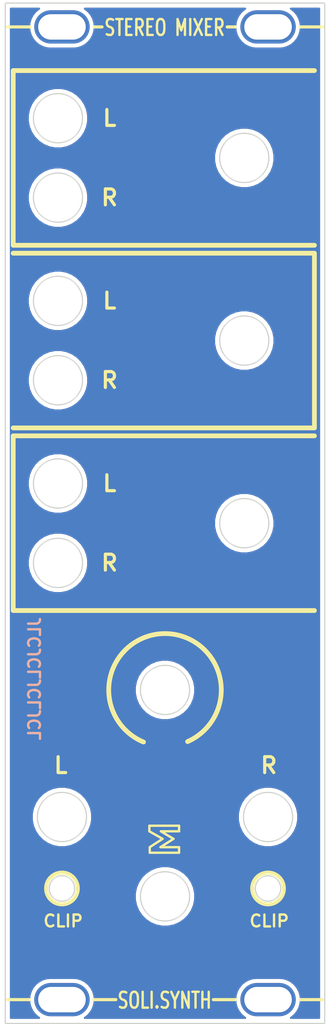
<source format=kicad_pcb>
(kicad_pcb (version 20211014) (generator pcbnew)
  (layers (0 "F.Cu" signal) (31 "B.Cu" signal) (34 "B.Paste" user) (35 "F.Paste" user) (36 "B.SilkS" user "B.Silkscreen") (37 "F.SilkS" user "F.Silkscreen") (38 "B.Mask" user) (39 "F.Mask" user) (44 "Edge.Cuts" user))
  (net 0 "")
  (footprint "MyLib:eurorack_screw_hole" (layer "F.Cu") (at 97 151)
    (fp_text reference "REF**" hide)
    (fp_text value "eurorack_screw_hole")
    (pad "1" thru_hole oval locked (at 0 0) (size 7 4.2) (drill oval 6 3.2) (layers *.Cu *.Mask))
  )
  (footprint "MyLib:eurorack_screw_hole" (layer "F.Cu") (at 123 151)
    (fp_text reference "REF**" hide)
    (fp_text value "eurorack_screw_hole")
    (pad "1" thru_hole oval locked (at 0 0) (size 7 4.2) (drill oval 6 3.2) (layers *.Cu *.Mask))
  )
  (footprint "MyLib:eurorack_screw_hole" (layer "F.Cu") (at 97 28.5)
    (fp_text reference "REF**" hide)
    (fp_text value "eurorack_screw_hole")
    (pad "1" thru_hole oval locked (at 0 0) (size 7 4.2) (drill oval 6 3.2) (layers *.Cu *.Mask))
  )
  (footprint "MyLib:eurorack_screw_hole" (layer "F.Cu") (at 123 28.5)
    (fp_text reference "REF**" hide)
    (fp_text value "eurorack_screw_hole" hide)
    (pad "1" thru_hole oval locked (at 0 0) (size 7 4.2) (drill oval 6 3.2) (layers *.Cu *.Mask))
  )
  (gr_line (start 90.15 151) (end 92.85 151) (layer "F.SilkS") (width 0.4))
  (gr_line (start 127.05 28.5) (end 129.85 28.5) (layer "F.SilkS") (width 0.4))
  (gr_line (start 116.1 151) (end 118.85 151) (layer "F.SilkS") (width 0.4))
  (gr_line (start 101 151) (end 103.8 151) (layer "F.SilkS") (width 0.4))
  (gr_line (start 117.85 28.5) (end 118.85 28.5) (layer "F.SilkS") (width 0.4))
  (gr_line (start 90.85 56) (end 90.85 34) (layer "F.SilkS") (width 0.6))
  (gr_line (start 128.85 80) (end 90.85 80) (layer "F.SilkS") (width 0.6))
  (gr_line (start 90.85 102) (end 90.85 80) (layer "F.SilkS") (width 0.6))
  (gr_line (start 128.85 102) (end 90.85 102) (layer "F.SilkS") (width 0.6))
  (gr_line (start 128.85 79) (end 128.85 57) (layer "F.SilkS") (width 0.6))
  (gr_line (start 128.85 57) (end 90.85 57) (layer "F.SilkS") (width 0.6))
  (gr_circle (center 123 137) (end 124.999531 137) (layer "F.SilkS") (width 0.5) (fill none))
  (gr_line (start 109.475 129.8) (end 111.075 130.75) (layer "F.SilkS") (width 0.3))
  (gr_line (start 111.775 131.8) (end 111.775 132.5) (layer "F.SilkS") (width 0.3))
  (gr_line (start 128.85 56) (end 90.85 56) (layer "F.SilkS") (width 0.6))
  (gr_line (start 108.075 129.1) (end 111.775 129.1) (layer "F.SilkS") (width 0.3))
  (gr_line (start 111.775 132.5) (end 108.075 132.5) (layer "F.SilkS") (width 0.3))
  (gr_line (start 90.85 34) (end 128.85 34) (layer "F.SilkS") (width 0.6))
  (gr_line (start 111.075 130.75) (end 109.425 131.8) (layer "F.SilkS") (width 0.3))
  (gr_line (start 111.775 129.8) (end 109.475 129.8) (layer "F.SilkS") (width 0.3))
  (gr_line (start 90.15 28.5) (end 92.95 28.5) (layer "F.SilkS") (width 0.4))
  (gr_line (start 128.85 79) (end 90.85 79) (layer "F.SilkS") (width 0.6))
  (gr_line (start 108.075 131.8) (end 109.7 130.75) (layer "F.SilkS") (width 0.3))
  (gr_line (start 108.075 132.5) (end 108.075 131.8) (layer "F.SilkS") (width 0.3))
  (gr_line (start 111.775 129.1) (end 111.775 129.8) (layer "F.SilkS") (width 0.3))
  (gr_line (start 108.025 129.8) (end 108.025 129.1) (layer "F.SilkS") (width 0.3))
  (gr_circle (center 97 137) (end 98.999531 137) (layer "F.SilkS") (width 0.5) (fill none))
  (gr_line (start 109.425 131.8) (end 111.775 131.8) (layer "F.SilkS") (width 0.3))
  (gr_arc (start 107.284924 118.557504) (mid 109.926667 104.90302) (end 112.85 118.5) (layer "F.SilkS") (width 0.6))
  (gr_line (start 101.05 28.5) (end 102.05 28.5) (layer "F.SilkS") (width 0.4))
  (gr_line (start 109.7 130.75) (end 108.025 129.8) (layer "F.SilkS") (width 0.3))
  (gr_line (start 127.05 151) (end 129.85 151) (layer "F.SilkS") (width 0.4))
  (gr_line (start 130.15 25.5) (end 130.15 154) (layer "Edge.Cuts") (width 0.15))
  (gr_circle (center 96.5 50) (end 99.6 50) (layer "Edge.Cuts") (width 0.15) (fill none))
  (gr_circle (center 96.5 63) (end 99.6 63) (layer "Edge.Cuts") (width 0.15) (fill none))
  (gr_circle (center 96.5 73) (end 99.6 73) (layer "Edge.Cuts") (width 0.15) (fill none))
  (gr_circle (center 96.5 86) (end 99.6 86) (layer "Edge.Cuts") (width 0.15) (fill none))
  (gr_circle (center 96.5 96) (end 99.6 96) (layer "Edge.Cuts") (width 0.15) (fill none))
  (gr_circle (center 97 128) (end 100.1 128) (layer "Edge.Cuts") (width 0.15) (fill none))
  (gr_circle (center 110 138) (end 113.1 138) (layer "Edge.Cuts") (width 0.15) (fill none))
  (gr_circle (center 123 128) (end 126.1 128) (layer "Edge.Cuts") (width 0.15) (fill none))
  (gr_circle (center 97 137) (end 98.6 137) (layer "Edge.Cuts") (width 0.15) (fill none))
  (gr_circle (center 123 137) (end 124.6 137) (layer "Edge.Cuts") (width 0.15) (fill none))
  (gr_circle (center 120 45) (end 123.1 45) (layer "Edge.Cuts") (width 0.15) (fill none))
  (gr_circle (center 120 68) (end 123.1 68) (layer "Edge.Cuts") (width 0.15) (fill none))
  (gr_circle (center 120 91) (end 123.1 91) (layer "Edge.Cuts") (width 0.15) (fill none))
  (gr_circle (center 110 112) (end 113.1 112) (layer "Edge.Cuts") (width 0.15) (fill none))
  (gr_line (start 89.85 154) (end 130.15 154) (layer "Edge.Cuts") (width 0.15))
  (gr_line (start 89.85 25.5) (end 130.15 25.5) (layer "Edge.Cuts") (width 0.15))
  (gr_circle (center 96.5 40) (end 99.6 40) (layer "Edge.Cuts") (width 0.15) (fill none))
  (gr_line (start 89.85 25.5) (end 89.85 154) (layer "Edge.Cuts") (width 0.15))
  (gr_text "JLCJCLJCLJCL" (at 93.55 110.575 90) (layer "B.SilkS") (effects (font (size 1.5 1.5) (thickness 0.3)) (justify mirror)))
  (gr_text "L" (at 96.85 121.5) (layer "F.SilkS") (effects (font (size 2 2) (thickness 0.4))))
  (gr_text "R" (at 123.1 121.5) (layer "F.SilkS") (effects (font (size 2 2) (thickness 0.4))))
  (gr_text "SOLI.SYNTH" (at 109.95 151.1) (layer "F.SilkS") (effects (font (size 2 1.4) (thickness 0.3))))
  (gr_text "CLIP\n" (at 97.15 141.1) (layer "F.SilkS") (effects (font (size 1.5 1.5) (thickness 0.3))))
  (gr_text "R" (at 103 50) (layer "F.SilkS") (effects (font (size 2 2) (thickness 0.4))))
  (gr_text "R" (at 103 96) (layer "F.SilkS") (effects (font (size 2 2) (thickness 0.4))))
  (gr_text "STEREO MIXER" (at 109.95 28.6) (layer "F.SilkS") (effects (font (size 2 1.4) (thickness 0.3))))
  (gr_text "L" (at 103 40) (layer "F.SilkS") (effects (font (size 2 2) (thickness 0.4))))
  (gr_text "CLIP\n" (at 123.15 141.1) (layer "F.SilkS") (effects (font (size 1.5 1.5) (thickness 0.3))))
  (gr_text "L" (at 103 63) (layer "F.SilkS") (effects (font (size 2 2) (thickness 0.4))))
  (gr_text "L" (at 103 86) (layer "F.SilkS") (effects (font (size 2 2) (thickness 0.4))))
  (gr_text "R" (at 103 73) (layer "F.SilkS") (effects (font (size 2 2) (thickness 0.4))))
  (zone (net 0) (net_name "") (layer "F.Cu") (connect_pads (clearance 0.5)) (min_thickness 0.254) (fill yes (thermal_gap 0.508) (thermal_bridge_width 0.508))
    (polygon (pts (xy 89.85 25.5) (xy 130.1 25.5) (xy 130.1 154) (xy 89.85 154)))
  )
  (zone (net 0) (net_name "") (layer "B.Cu") (connect_pads (clearance 0.5)) (min_thickness 0.254) (fill yes (thermal_gap 0.508) (thermal_bridge_width 0.508))
    (polygon (pts (xy 89.85 25.5) (xy 130.1 25.5) (xy 130.1 154) (xy 89.85 154)))
  )
)
</source>
